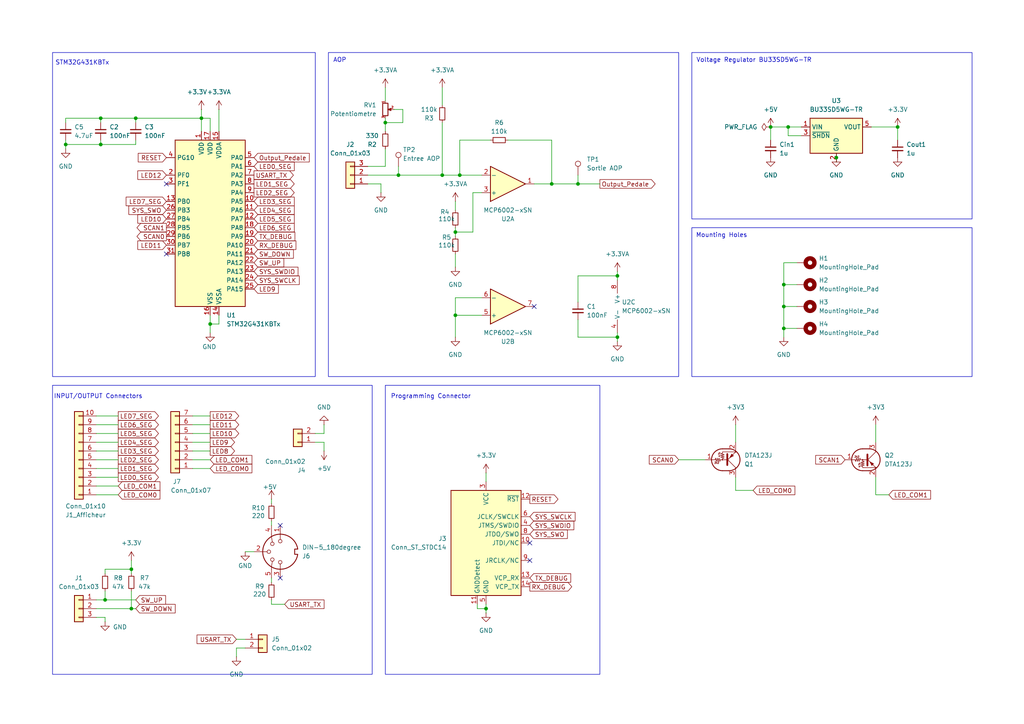
<source format=kicad_sch>
(kicad_sch (version 20231120) (generator "eeschema") (generator_version "8.0")
  (paper "A4")
  (lib_symbols
    (symbol "Amplifier_Operational:MCP6002-xSN" (pin_names (offset 0.127))
      (property "Reference" "U" (at 0 5.08 0))
      (property "Value" "MCP6002-xSN" (at 0 -5.08 0))
      (symbol "MCP6002-xSN_1_1"
        (polyline (pts (xy -5.08 5.08) (xy 5.08 0) (xy -5.08 -5.08) (xy -5.08 5.08)) (stroke (width 0.254)) (fill (type background)))
        (pin output line (at 7.62 0 180) (length 2.54) (name "~") (number "1"))
        (pin input line (at -7.62 -2.54 0) (length 2.54) (name "-") (number "2"))
        (pin input line (at -7.62 2.54 0) (length 2.54) (name "+") (number "3"))
      )
      (symbol "MCP6002-xSN_2_1"
        (polyline (pts (xy -5.08 5.08) (xy 5.08 0) (xy -5.08 -5.08) (xy -5.08 5.08)) (stroke (width 0.254)) (fill (type background)))
        (pin input line (at -7.62 2.54 0) (length 2.54) (name "+") (number "5"))
        (pin input line (at -7.62 -2.54 0) (length 2.54) (name "-") (number "6"))
        (pin output line (at 7.62 0 180) (length 2.54) (name "~") (number "7"))
      )
      (symbol "MCP6002-xSN_3_1"
        (pin power_in line (at -2.54 -7.62 90) (length 3.81) (name "V-") (number "4"))
        (pin power_in line (at -2.54 7.62 270) (length 3.81) (name "V+") (number "8"))
      )
    )
    (symbol "Connector:Conn_ST_STDC14"
      (property "Reference" "J" (at -8.89 16.51 0))
      (property "Value" "Conn_ST_STDC14" (at 17.78 16.51 0))
      (symbol "Conn_ST_STDC14_0_1"
        (rectangle (start -10.16 15.24) (end 10.16 -15.24) (stroke (width 0.254)) (fill (type background)))
      )
      (symbol "Conn_ST_STDC14_1_1"
        (pin no_connect line (at -10.16 5.08 0) (length 2.54) hide (name "NC") (number "1"))
        (pin output line (at 12.7 0 180) (length 2.54) (name "JTDI/NC") (number "10"))
        (pin passive line (at -2.54 -17.78 90) (length 2.54) (name "GNDDetect") (number "11"))
        (pin open_collector line (at 12.7 12.7 180) (length 2.54) (name "~{RST}") (number "12"))
        (pin output line (at 12.7 -10.16 180) (length 2.54) (name "VCP_RX") (number "13"))
        (pin input line (at 12.7 -12.7 180) (length 2.54) (name "VCP_TX") (number "14"))
        (pin no_connect line (at -10.16 2.54 0) (length 2.54) hide (name "NC") (number "2"))
        (pin power_in line (at 0 17.78 270) (length 2.54) (name "VCC") (number "3"))
        (pin bidirectional line (at 12.7 5.08 180) (length 2.54) (name "JTMS/SWDIO") (number "4"))
        (pin power_in line (at 0 -17.78 90) (length 2.54) (name "GND") (number "5"))
        (pin output line (at 12.7 7.62 180) (length 2.54) (name "JCLK/SWCLK") (number "6"))
        (pin passive line (at 0 -17.78 90) (length 2.54) hide (name "GND") (number "7"))
        (pin input line (at 12.7 2.54 180) (length 2.54) (name "JTDO/SWO") (number "8"))
        (pin input line (at 12.7 -5.08 180) (length 2.54) (name "JRCLK/NC") (number "9"))
      )
    )
    (symbol "Connector:DIN-5_180degree" (pin_names (offset 1.016))
      (property "Reference" "J" (at 3.175 5.715 0))
      (property "Value" "DIN-5_180degree" (at 0 -6.35 0))
      (symbol "DIN-5_180degree_0_1"
        (arc (start -5.08 0) (mid -3.8609 -3.3364) (end -0.762 -5.08) (stroke (width 0.254)))
        (circle (center -3.048 0) (radius 0.508))
        (circle (center -2.286 2.286) (radius 0.508))
        (polyline (pts (xy -5.08 0) (xy -3.556 0)))
        (polyline (pts (xy 0 5.08) (xy 0 3.81)))
        (polyline (pts (xy 5.08 0) (xy 3.556 0)))
        (polyline (pts (xy -5.08 2.54) (xy -4.318 2.54) (xy -2.794 2.286)))
        (polyline (pts (xy 5.08 2.54) (xy 4.318 2.54) (xy 2.794 2.286)))
        (polyline (pts (xy -0.762 -4.953) (xy -0.762 -4.191) (xy 0.762 -4.191) (xy 0.762 -4.953)) (stroke (width 0.254)))
        (circle (center 0 3.302) (radius 0.508))
        (arc (start 0.762 -5.08) (mid 3.8685 -3.343) (end 5.08 0) (stroke (width 0.254)))
        (circle (center 2.286 2.286) (radius 0.508))
        (circle (center 3.048 0) (radius 0.508))
        (arc (start 5.08 0) (mid 0 5.0579) (end -5.08 0) (stroke (width 0.254)))
      )
      (symbol "DIN-5_180degree_1_1"
        (pin passive line (at -7.62 0 0) (length 2.54) (name "~") (number "1"))
        (pin passive line (at 0 7.62 270) (length 2.54) (name "~") (number "2"))
        (pin passive line (at 7.62 0 180) (length 2.54) (name "~") (number "3"))
        (pin passive line (at -7.62 2.54 0) (length 2.54) (name "~") (number "4"))
        (pin passive line (at 7.62 2.54 180) (length 2.54) (name "~") (number "5"))
      )
    )
    (symbol "Connector:TestPoint" (pin_numbers hide) (pin_names (offset 0.762) hide)
      (property "Reference" "TP" (at 0 6.858 0))
      (property "Value" "TestPoint" (at 0 5.08 0))
      (symbol "TestPoint_0_1"
        (circle (center 0 3.302) (radius 0.762))
      )
      (symbol "TestPoint_1_1"
        (pin passive line (at 0 0 90) (length 2.54) (name "1") (number "1"))
      )
    )
    (symbol "Connector_Generic:Conn_01x02" (pin_names (offset 1.016) hide)
      (property "Reference" "J" (at 0 2.54 0))
      (property "Value" "Conn_01x02" (at 0 -5.08 0))
      (symbol "Conn_01x02_1_1"
        (rectangle (start -1.27 -2.413) (end 0 -2.667) (stroke (width 0.1524)))
        (rectangle (start -1.27 0.127) (end 0 -0.127) (stroke (width 0.1524)))
        (rectangle (start -1.27 1.27) (end 1.27 -3.81) (stroke (width 0.254)) (fill (type background)))
        (pin passive line (at -5.08 0 0) (length 3.81) (name "Pin_1") (number "1"))
        (pin passive line (at -5.08 -2.54 0) (length 3.81) (name "Pin_2") (number "2"))
      )
    )
    (symbol "Connector_Generic:Conn_01x03" (pin_names (offset 1.016) hide)
      (property "Reference" "J" (at 0 5.08 0))
      (property "Value" "Conn_01x03" (at 0 -5.08 0))
      (symbol "Conn_01x03_1_1"
        (rectangle (start -1.27 -2.413) (end 0 -2.667) (stroke (width 0.1524)))
        (rectangle (start -1.27 0.127) (end 0 -0.127) (stroke (width 0.1524)))
        (rectangle (start -1.27 2.667) (end 0 2.413) (stroke (width 0.1524)))
        (rectangle (start -1.27 3.81) (end 1.27 -3.81) (stroke (width 0.254)) (fill (type background)))
        (pin passive line (at -5.08 2.54 0) (length 3.81) (name "Pin_1") (number "1"))
        (pin passive line (at -5.08 0 0) (length 3.81) (name "Pin_2") (number "2"))
        (pin passive line (at -5.08 -2.54 0) (length 3.81) (name "Pin_3") (number "3"))
      )
    )
    (symbol "Connector_Generic:Conn_01x07" (pin_names (offset 1.016) hide)
      (property "Reference" "J" (at 0 10.16 0))
      (property "Value" "Conn_01x07" (at 0 -10.16 0))
      (symbol "Conn_01x07_1_1"
        (rectangle (start -1.27 -7.493) (end 0 -7.747) (stroke (width 0.1524)))
        (rectangle (start -1.27 -4.953) (end 0 -5.207) (stroke (width 0.1524)))
        (rectangle (start -1.27 -2.413) (end 0 -2.667) (stroke (width 0.1524)))
        (rectangle (start -1.27 0.127) (end 0 -0.127) (stroke (width 0.1524)))
        (rectangle (start -1.27 2.667) (end 0 2.413) (stroke (width 0.1524)))
        (rectangle (start -1.27 5.207) (end 0 4.953) (stroke (width 0.1524)))
        (rectangle (start -1.27 7.747) (end 0 7.493) (stroke (width 0.1524)))
        (rectangle (start -1.27 8.89) (end 1.27 -8.89) (stroke (width 0.254)) (fill (type background)))
        (pin passive line (at -5.08 7.62 0) (length 3.81) (name "Pin_1") (number "1"))
        (pin passive line (at -5.08 5.08 0) (length 3.81) (name "Pin_2") (number "2"))
        (pin passive line (at -5.08 2.54 0) (length 3.81) (name "Pin_3") (number "3"))
        (pin passive line (at -5.08 0 0) (length 3.81) (name "Pin_4") (number "4"))
        (pin passive line (at -5.08 -2.54 0) (length 3.81) (name "Pin_5") (number "5"))
        (pin passive line (at -5.08 -5.08 0) (length 3.81) (name "Pin_6") (number "6"))
        (pin passive line (at -5.08 -7.62 0) (length 3.81) (name "Pin_7") (number "7"))
      )
    )
    (symbol "Connector_Generic:Conn_01x10" (pin_names (offset 1.016) hide)
      (property "Reference" "J" (at 0 12.7 0))
      (property "Value" "Conn_01x10" (at 0 -15.24 0))
      (symbol "Conn_01x10_1_1"
        (rectangle (start -1.27 -12.573) (end 0 -12.827) (stroke (width 0.1524)))
        (rectangle (start -1.27 -10.033) (end 0 -10.287) (stroke (width 0.1524)))
        (rectangle (start -1.27 -7.493) (end 0 -7.747) (stroke (width 0.1524)))
        (rectangle (start -1.27 -4.953) (end 0 -5.207) (stroke (width 0.1524)))
        (rectangle (start -1.27 -2.413) (end 0 -2.667) (stroke (width 0.1524)))
        (rectangle (start -1.27 0.127) (end 0 -0.127) (stroke (width 0.1524)))
        (rectangle (start -1.27 2.667) (end 0 2.413) (stroke (width 0.1524)))
        (rectangle (start -1.27 5.207) (end 0 4.953) (stroke (width 0.1524)))
        (rectangle (start -1.27 7.747) (end 0 7.493) (stroke (width 0.1524)))
        (rectangle (start -1.27 10.287) (end 0 10.033) (stroke (width 0.1524)))
        (rectangle (start -1.27 11.43) (end 1.27 -13.97) (stroke (width 0.254)) (fill (type background)))
        (pin passive line (at -5.08 10.16 0) (length 3.81) (name "Pin_1") (number "1"))
        (pin passive line (at -5.08 -12.7 0) (length 3.81) (name "Pin_10") (number "10"))
        (pin passive line (at -5.08 7.62 0) (length 3.81) (name "Pin_2") (number "2"))
        (pin passive line (at -5.08 5.08 0) (length 3.81) (name "Pin_3") (number "3"))
        (pin passive line (at -5.08 2.54 0) (length 3.81) (name "Pin_4") (number "4"))
        (pin passive line (at -5.08 0 0) (length 3.81) (name "Pin_5") (number "5"))
        (pin passive line (at -5.08 -2.54 0) (length 3.81) (name "Pin_6") (number "6"))
        (pin passive line (at -5.08 -5.08 0) (length 3.81) (name "Pin_7") (number "7"))
        (pin passive line (at -5.08 -7.62 0) (length 3.81) (name "Pin_8") (number "8"))
        (pin passive line (at -5.08 -10.16 0) (length 3.81) (name "Pin_9") (number "9"))
      )
    )
    (symbol "Device:C_Small" (pin_numbers hide) (pin_names (offset 0.254) hide)
      (property "Reference" "C" (at 0.254 1.778 0))
      (property "Value" "C_Small" (at 0.254 -2.032 0))
      (symbol "C_Small_0_1"
        (polyline (pts (xy -1.524 -0.508) (xy 1.524 -0.508)) (stroke (width 0.3302)))
        (polyline (pts (xy -1.524 0.508) (xy 1.524 0.508)) (stroke (width 0.3048)))
      )
      (symbol "C_Small_1_1"
        (pin passive line (at 0 2.54 270) (length 2.032) (name "~") (number "1"))
        (pin passive line (at 0 -2.54 90) (length 2.032) (name "~") (number "2"))
      )
    )
    (symbol "Device:R_Potentiometer_Small" (pin_names (offset 1.016) hide)
      (property "Reference" "RV" (at -4.445 0 90))
      (property "Value" "R_Potentiometer_Small" (at -2.54 0 90))
      (symbol "R_Potentiometer_Small_0_1"
        (polyline (pts (xy 0.889 0) (xy 0.635 0) (xy 1.651 0.381) (xy 1.651 -0.381) (xy 0.635 0) (xy 0.889 0)) (fill (type outline)))
        (rectangle (start 0.762 1.8034) (end -0.762 -1.8034) (stroke (width 0.254)))
      )
      (symbol "R_Potentiometer_Small_1_1"
        (pin passive line (at 0 2.54 270) (length 0.635) (name "1") (number "1"))
        (pin passive line (at 2.54 0 180) (length 0.9906) (name "2") (number "2"))
        (pin passive line (at 0 -2.54 90) (length 0.635) (name "3") (number "3"))
      )
    )
    (symbol "Device:R_Small" (pin_numbers hide) (pin_names (offset 0.254) hide)
      (property "Reference" "R" (at 0.762 0.508 0))
      (property "Value" "R_Small" (at 0.762 -1.016 0))
      (symbol "R_Small_0_1"
        (rectangle (start -0.762 1.778) (end 0.762 -1.778) (stroke (width 0.2032)))
      )
      (symbol "R_Small_1_1"
        (pin passive line (at 0 2.54 270) (length 0.762) (name "~") (number "1"))
        (pin passive line (at 0 -2.54 90) (length 0.762) (name "~") (number "2"))
      )
    )
    (symbol "MCU_ST_STM32G4:STM32G431KBTx"
      (property "Reference" "U" (at -10.16 26.67 0))
      (property "Value" "STM32G431KBTx" (at 5.08 26.67 0))
      (symbol "STM32G431KBTx_0_1"
        (rectangle (start -10.16 -22.86) (end 10.16 25.4) (stroke (width 0.254)) (fill (type background)))
      )
      (symbol "STM32G431KBTx_1_1"
        (pin power_in line (at -2.54 27.94 270) (length 2.54) (name "VDD") (number "1"))
        (pin bidirectional line (at 12.7 7.62 180) (length 2.54) (name "PA5") (number "10"))
        (pin bidirectional line (at 12.7 5.08 180) (length 2.54) (name "PA6") (number "11"))
        (pin bidirectional line (at 12.7 2.54 180) (length 2.54) (name "PA7") (number "12"))
        (pin bidirectional line (at -12.7 7.62 0) (length 2.54) (name "PB0") (number "13"))
        (pin power_in line (at 2.54 -25.4 90) (length 2.54) (name "VSSA") (number "14"))
        (pin power_in line (at 2.54 27.94 270) (length 2.54) (name "VDDA") (number "15"))
        (pin power_in line (at 0 -25.4 90) (length 2.54) (name "VSS") (number "16"))
        (pin power_in line (at 0 27.94 270) (length 2.54) (name "VDD") (number "17"))
        (pin bidirectional line (at 12.7 0 180) (length 2.54) (name "PA8") (number "18"))
        (pin bidirectional line (at 12.7 -2.54 180) (length 2.54) (name "PA9") (number "19"))
        (pin bidirectional line (at -12.7 15.24 0) (length 2.54) (name "PF0") (number "2"))
        (pin bidirectional line (at 12.7 -5.08 180) (length 2.54) (name "PA10") (number "20"))
        (pin bidirectional line (at 12.7 -7.62 180) (length 2.54) (name "PA11") (number "21"))
        (pin bidirectional line (at 12.7 -10.16 180) (length 2.54) (name "PA12") (number "22"))
        (pin bidirectional line (at 12.7 -12.7 180) (length 2.54) (name "PA13") (number "23"))
        (pin bidirectional line (at 12.7 -15.24 180) (length 2.54) (name "PA14") (number "24"))
        (pin bidirectional line (at 12.7 -17.78 180) (length 2.54) (name "PA15") (number "25"))
        (pin bidirectional line (at -12.7 5.08 0) (length 2.54) (name "PB3") (number "26"))
        (pin bidirectional line (at -12.7 2.54 0) (length 2.54) (name "PB4") (number "27"))
        (pin bidirectional line (at -12.7 0 0) (length 2.54) (name "PB5") (number "28"))
        (pin bidirectional line (at -12.7 -2.54 0) (length 2.54) (name "PB6") (number "29"))
        (pin bidirectional line (at -12.7 12.7 0) (length 2.54) (name "PF1") (number "3"))
        (pin bidirectional line (at -12.7 -5.08 0) (length 2.54) (name "PB7") (number "30"))
        (pin bidirectional line (at -12.7 -7.62 0) (length 2.54) (name "PB8") (number "31"))
        (pin passive line (at 0 -25.4 90) (length 2.54) hide (name "VSS") (number "32"))
        (pin bidirectional line (at -12.7 20.32 0) (length 2.54) (name "PG10") (number "4"))
        (pin bidirectional line (at 12.7 20.32 180) (length 2.54) (name "PA0") (number "5"))
        (pin bidirectional line (at 12.7 17.78 180) (length 2.54) (name "PA1") (number "6"))
        (pin bidirectional line (at 12.7 15.24 180) (length 2.54) (name "PA2") (number "7"))
        (pin bidirectional line (at 12.7 12.7 180) (length 2.54) (name "PA3") (number "8"))
        (pin bidirectional line (at 12.7 10.16 180) (length 2.54) (name "PA4") (number "9"))
      )
    )
    (symbol "Mechanical:MountingHole_Pad" (pin_numbers hide) (pin_names (offset 1.016) hide) (exclude_from_sim yes) (in_bom no)
      (property "Reference" "H" (at 0 6.35 0))
      (property "Value" "MountingHole_Pad" (at 0 4.445 0))
      (symbol "MountingHole_Pad_0_1"
        (circle (center 0 1.27) (radius 1.27) (stroke (width 1.27)))
      )
      (symbol "MountingHole_Pad_1_1"
        (pin input line (at 0 -2.54 90) (length 2.54) (name "1") (number "1"))
      )
    )
    (symbol "Regulator_Linear:MCP1802x-xx02xOT"
      (property "Reference" "U" (at -6.35 6.35 0))
      (property "Value" "MCP1802x-xx02xOT" (at 0 6.35 0))
      (symbol "MCP1802x-xx02xOT_0_1"
        (rectangle (start -7.62 5.08) (end 7.62 -5.08) (stroke (width 0.254)) (fill (type background)))
      )
      (symbol "MCP1802x-xx02xOT_1_1"
        (pin power_in line (at -10.16 2.54 0) (length 2.54) (name "VIN") (number "1"))
        (pin power_in line (at 0 -7.62 90) (length 2.54) (name "GND") (number "2"))
        (pin input line (at -10.16 0 0) (length 2.54) (name "~{SHDN}") (number "3"))
        (pin no_connect line (at 7.62 0 180) (length 2.54) hide (name "NC") (number "4"))
        (pin power_out line (at 10.16 2.54 180) (length 2.54) (name "VOUT") (number "5"))
      )
    )
    (symbol "Transistor_BJT:DTA123J" (pin_names (offset 0) hide)
      (property "Reference" "Q" (at 5.08 1.905 0))
      (property "Value" "DTA123J" (at 5.08 0 0))
      (symbol "DTA123J_0_0"
        (text "2k2" (at -2.921 0.889 0) (effects (font (size 0.508 0.508))))
        (text "47k" (at -2.159 -1.524 900) (effects (font (size 0.508 0.508))))
      )
      (symbol "DTA123J_0_1"
        (circle (center -1.27 0) (radius 0.127))
        (arc (start -1.27 3.175) (mid -4.4312 0) (end -1.27 -3.175) (stroke (width 0.254)))
        (polyline (pts (xy -3.429 0) (xy -3.81 0)))
        (polyline (pts (xy -1.27 -3.175) (xy 0.635 -3.175)) (stroke (width 0.254)))
        (polyline (pts (xy -1.27 3.175) (xy 0.635 3.175)) (stroke (width 0.254)))
        (polyline (pts (xy 0 -0.254) (xy 2.54 2.286)))
        (polyline (pts (xy 0.127 1.524) (xy 0.127 -1.651)) (stroke (width 0.508)) (fill (type outline)))
        (polyline (pts (xy 2.54 2.286) (xy 2.54 2.54)))
        (polyline (pts (xy 2.54 -2.286) (xy 0 0.254) (xy 0 0.254)))
        (polyline (pts (xy 1.397 -1.651) (xy 1.905 -1.143) (xy 0.889 -0.635) (xy 1.397 -1.651)) (fill (type outline)))
        (polyline (pts (xy 0 0) (xy -1.905 0) (xy -2.032 0.508) (xy -2.286 -0.508) (xy -2.54 0.508) (xy -2.794 -0.508) (xy -3.048 0.508) (xy -3.302 -0.508) (xy -3.429 0)))
        (polyline (pts (xy -1.27 0) (xy -1.27 -0.381) (xy -0.762 -0.508) (xy -1.778 -0.762) (xy -0.762 -1.016) (xy -1.778 -1.27) (xy -0.762 -1.524) (xy -1.778 -1.778) (xy -1.27 -1.905) (xy -1.27 -2.286) (xy 2.54 -2.286)))
        (arc (start 0.635 -3.175) (mid 3.7962 0) (end 0.635 3.175) (stroke (width 0.254)))
        (circle (center 2.54 -2.286) (radius 0.127))
      )
      (symbol "DTA123J_1_1"
        (pin input line (at -6.35 0 0) (length 2.54) (name "B") (number "1"))
        (pin passive line (at 2.54 -5.08 90) (length 2.54) (name "E") (number "2"))
        (pin passive line (at 2.54 5.08 270) (length 2.54) (name "C") (number "3"))
      )
    )
    (symbol "power:+3.3V" (power) (pin_numbers hide) (pin_names (offset 0) hide)
      (property "Value" "+3.3V" (at 0 3.556 0))
      (symbol "+3.3V_0_1"
        (polyline (pts (xy -0.762 1.27) (xy 0 2.54)))
        (polyline (pts (xy 0 0) (xy 0 2.54)))
        (polyline (pts (xy 0 2.54) (xy 0.762 1.27)))
      )
      (symbol "+3.3V_1_1"
        (pin power_in line (at 0 0 90) (length 0) (name "~") (number "1"))
      )
    )
    (symbol "power:+3.3VA" (power) (pin_numbers hide) (pin_names (offset 0) hide)
      (property "Value" "+3.3VA" (at 0 3.556 0))
      (symbol "+3.3VA_0_1"
        (polyline (pts (xy -0.762 1.27) (xy 0 2.54)))
        (polyline (pts (xy 0 0) (xy 0 2.54)))
        (polyline (pts (xy 0 2.54) (xy 0.762 1.27)))
      )
      (symbol "+3.3VA_1_1"
        (pin power_in line (at 0 0 90) (length 0) (name "~") (number "1"))
      )
    )
    (symbol "power:+3V3" (power) (pin_numbers hide) (pin_names (offset 0) hide)
      (property "Value" "+3V3" (at 0 3.556 0))
      (symbol "+3V3_0_1"
        (polyline (pts (xy -0.762 1.27) (xy 0 2.54)))
        (polyline (pts (xy 0 0) (xy 0 2.54)))
        (polyline (pts (xy 0 2.54) (xy 0.762 1.27)))
      )
      (symbol "+3V3_1_1"
        (pin power_in line (at 0 0 90) (length 0) (name "~") (number "1"))
      )
    )
    (symbol "power:+5V" (power) (pin_numbers hide) (pin_names (offset 0) hide)
      (property "Value" "+5V" (at 0 3.556 0))
      (symbol "+5V_0_1"
        (polyline (pts (xy -0.762 1.27) (xy 0 2.54)))
        (polyline (pts (xy 0 0) (xy 0 2.54)))
        (polyline (pts (xy 0 2.54) (xy 0.762 1.27)))
      )
      (symbol "+5V_1_1"
        (pin power_in line (at 0 0 90) (length 0) (name "~") (number "1"))
      )
    )
    (symbol "power:GND" (power) (pin_numbers hide) (pin_names (offset 0) hide)
      (property "Value" "GND" (at 0 -3.81 0))
      (symbol "GND_0_1"
        (polyline (pts (xy 0 0) (xy 0 -1.27) (xy 1.27 -1.27) (xy 0 -2.54) (xy -1.27 -1.27) (xy 0 -1.27)))
      )
      (symbol "GND_1_1"
        (pin power_in line (at 0 0 270) (length 0) (name "~") (number "1"))
      )
    )
    (symbol "power:PWR_FLAG" (power) (pin_numbers hide) (pin_names (offset 0) hide)
      (property "Value" "PWR_FLAG" (at 0 3.81 0))
      (symbol "PWR_FLAG_0_0"
        (pin power_out line (at 0 0 90) (length 0) (name "~") (number "1"))
      )
      (symbol "PWR_FLAG_0_1"
        (polyline (pts (xy 0 0) (xy 0 1.27) (xy -1.016 1.905) (xy 0 2.54) (xy 1.016 1.905) (xy 0 1.27)))
      )
    )
  )
  (junction (at 140.97 176.53))
  (junction (at 30.48 173.99))
  (junction (at 228.6 36.83))
  (junction (at 29.21 41.91))
  (junction (at 227.33 82.55))
  (junction (at 242.57 45.72))
  (junction (at 38.1 176.53))
  (junction (at 58.42 34.29))
  (junction (at 227.33 95.25))
  (junction (at 19.05 41.91))
  (junction (at 115.57 50.8))
  (junction (at 29.21 34.29))
  (junction (at 167.64 53.34))
  (junction (at 132.08 91.44))
  (junction (at 160.02 53.34))
  (junction (at 260.35 36.83))
  (junction (at 179.07 97.79))
  (junction (at 133.35 50.8))
  (junction (at 39.37 34.29))
  (junction (at 227.33 88.9))
  (junction (at 132.08 67.31))
  (junction (at 179.07 80.01))
  (junction (at 128.27 50.8))
  (junction (at 60.96 93.98))
  (junction (at 38.1 165.1))
  (junction (at 223.52 36.83))
  (junction (at 111.76 35.56))
  (no_connect (at 154.94 88.9))
  (no_connect (at 81.28 152.4))
  (no_connect (at 48.26 53.34))
  (no_connect (at 81.28 167.64))
  (no_connect (at 153.67 162.56))
  (no_connect (at 48.26 73.66))
  (no_connect (at 153.67 157.48))
  (wire (pts (xy 91.44 125.73) (xy 93.98 125.73)))
  (wire (pts (xy 55.88 130.81) (xy 60.96 130.81)))
  (wire (pts (xy 60.96 34.29) (xy 58.42 34.29)))
  (wire (pts (xy 63.5 93.98) (xy 60.96 93.98)))
  (wire (pts (xy 138.43 175.26) (xy 138.43 176.53)))
  (wire (pts (xy 34.29 140.97) (xy 27.94 140.97)))
  (wire (pts (xy 213.36 142.24) (xy 218.44 142.24)))
  (wire (pts (xy 111.76 48.26) (xy 111.76 43.18)))
  (wire (pts (xy 60.96 38.1) (xy 60.96 34.29)))
  (wire (pts (xy 34.29 125.73) (xy 27.94 125.73)))
  (wire (pts (xy 132.08 91.44) (xy 139.7 91.44)))
  (wire (pts (xy 167.64 50.8) (xy 167.64 53.34)))
  (wire (pts (xy 19.05 34.29) (xy 19.05 35.56)))
  (wire (pts (xy 132.08 67.31) (xy 137.16 67.31)))
  (wire (pts (xy 106.68 50.8) (xy 115.57 50.8)))
  (wire (pts (xy 30.48 171.45) (xy 30.48 173.99)))
  (wire (pts (xy 30.48 173.99) (xy 27.94 173.99)))
  (wire (pts (xy 60.96 93.98) (xy 60.96 96.52)))
  (wire (pts (xy 39.37 40.64) (xy 39.37 41.91)))
  (wire (pts (xy 167.64 92.71) (xy 167.64 97.79)))
  (wire (pts (xy 227.33 95.25) (xy 231.14 95.25)))
  (wire (pts (xy 142.24 40.64) (xy 133.35 40.64)))
  (wire (pts (xy 38.1 165.1) (xy 38.1 166.37)))
  (wire (pts (xy 34.29 138.43) (xy 27.94 138.43)))
  (wire (pts (xy 227.33 88.9) (xy 227.33 95.25)))
  (wire (pts (xy 106.68 53.34) (xy 110.49 53.34)))
  (wire (pts (xy 133.35 50.8) (xy 128.27 50.8)))
  (wire (pts (xy 132.08 58.42) (xy 132.08 60.96)))
  (wire (pts (xy 93.98 130.81) (xy 93.98 128.27)))
  (wire (pts (xy 179.07 96.52) (xy 179.07 97.79)))
  (wire (pts (xy 71.12 187.96) (xy 68.58 187.96)))
  (wire (pts (xy 242.57 44.45) (xy 242.57 45.72)))
  (wire (pts (xy 232.41 39.37) (xy 228.6 39.37)))
  (wire (pts (xy 140.97 137.16) (xy 140.97 139.7)))
  (wire (pts (xy 213.36 138.43) (xy 213.36 142.24)))
  (wire (pts (xy 34.29 128.27) (xy 27.94 128.27)))
  (wire (pts (xy 78.74 144.78) (xy 78.74 146.05)))
  (wire (pts (xy 111.76 34.29) (xy 111.76 35.56)))
  (wire (pts (xy 58.42 31.75) (xy 58.42 34.29)))
  (wire (pts (xy 228.6 39.37) (xy 228.6 36.83)))
  (wire (pts (xy 160.02 53.34) (xy 167.64 53.34)))
  (wire (pts (xy 115.57 48.26) (xy 115.57 50.8)))
  (wire (pts (xy 115.57 50.8) (xy 128.27 50.8)))
  (wire (pts (xy 39.37 34.29) (xy 58.42 34.29)))
  (wire (pts (xy 137.16 55.88) (xy 139.7 55.88)))
  (wire (pts (xy 223.52 36.83) (xy 228.6 36.83)))
  (wire (pts (xy 128.27 25.4) (xy 128.27 30.48)))
  (wire (pts (xy 140.97 176.53) (xy 140.97 177.8)))
  (wire (pts (xy 167.64 53.34) (xy 173.99 53.34)))
  (wire (pts (xy 68.58 187.96) (xy 68.58 190.5)))
  (wire (pts (xy 29.21 40.64) (xy 29.21 41.91)))
  (wire (pts (xy 34.29 143.51) (xy 27.94 143.51)))
  (wire (pts (xy 71.12 160.02) (xy 73.66 160.02)))
  (wire (pts (xy 55.88 128.27) (xy 60.96 128.27)))
  (wire (pts (xy 93.98 128.27) (xy 91.44 128.27)))
  (wire (pts (xy 231.14 76.2) (xy 227.33 76.2)))
  (wire (pts (xy 227.33 88.9) (xy 231.14 88.9)))
  (wire (pts (xy 78.74 175.26) (xy 78.74 173.99)))
  (wire (pts (xy 110.49 53.34) (xy 110.49 55.88)))
  (wire (pts (xy 78.74 167.64) (xy 78.74 168.91)))
  (wire (pts (xy 133.35 50.8) (xy 139.7 50.8)))
  (wire (pts (xy 116.84 31.75) (xy 116.84 35.56)))
  (wire (pts (xy 55.88 120.65) (xy 60.96 120.65)))
  (wire (pts (xy 132.08 66.04) (xy 132.08 67.31)))
  (wire (pts (xy 179.07 97.79) (xy 179.07 99.06)))
  (wire (pts (xy 242.57 45.72) (xy 242.57 46.99)))
  (wire (pts (xy 27.94 176.53) (xy 38.1 176.53)))
  (wire (pts (xy 58.42 34.29) (xy 58.42 38.1)))
  (wire (pts (xy 147.32 40.64) (xy 160.02 40.64)))
  (wire (pts (xy 30.48 165.1) (xy 30.48 166.37)))
  (wire (pts (xy 93.98 125.73) (xy 93.98 123.19)))
  (wire (pts (xy 29.21 34.29) (xy 19.05 34.29)))
  (wire (pts (xy 254 138.43) (xy 254 143.51)))
  (wire (pts (xy 179.07 78.74) (xy 179.07 80.01)))
  (wire (pts (xy 106.68 48.26) (xy 111.76 48.26)))
  (wire (pts (xy 254 143.51) (xy 257.81 143.51)))
  (wire (pts (xy 34.29 133.35) (xy 27.94 133.35)))
  (wire (pts (xy 260.35 36.83) (xy 260.35 40.64)))
  (wire (pts (xy 19.05 41.91) (xy 19.05 43.18)))
  (wire (pts (xy 137.16 67.31) (xy 137.16 55.88)))
  (wire (pts (xy 68.58 185.42) (xy 71.12 185.42)))
  (wire (pts (xy 227.33 82.55) (xy 231.14 82.55)))
  (wire (pts (xy 132.08 86.36) (xy 132.08 91.44)))
  (wire (pts (xy 19.05 40.64) (xy 19.05 41.91)))
  (wire (pts (xy 160.02 53.34) (xy 154.94 53.34)))
  (wire (pts (xy 34.29 120.65) (xy 27.94 120.65)))
  (wire (pts (xy 38.1 171.45) (xy 38.1 176.53)))
  (wire (pts (xy 132.08 91.44) (xy 132.08 97.79)))
  (wire (pts (xy 227.33 95.25) (xy 227.33 97.79)))
  (wire (pts (xy 29.21 41.91) (xy 39.37 41.91)))
  (wire (pts (xy 167.64 80.01) (xy 167.64 87.63)))
  (wire (pts (xy 213.36 123.19) (xy 213.36 128.27)))
  (wire (pts (xy 223.52 36.83) (xy 223.52 40.64)))
  (wire (pts (xy 128.27 35.56) (xy 128.27 50.8)))
  (wire (pts (xy 132.08 67.31) (xy 132.08 68.58)))
  (wire (pts (xy 55.88 133.35) (xy 60.96 133.35)))
  (wire (pts (xy 55.88 135.89) (xy 60.96 135.89)))
  (wire (pts (xy 63.5 91.44) (xy 63.5 93.98)))
  (wire (pts (xy 227.33 76.2) (xy 227.33 82.55)))
  (wire (pts (xy 252.73 36.83) (xy 260.35 36.83)))
  (wire (pts (xy 78.74 151.13) (xy 78.74 152.4)))
  (wire (pts (xy 29.21 35.56) (xy 29.21 34.29)))
  (wire (pts (xy 179.07 80.01) (xy 179.07 81.28)))
  (wire (pts (xy 19.05 41.91) (xy 29.21 41.91)))
  (wire (pts (xy 38.1 165.1) (xy 38.1 162.56)))
  (wire (pts (xy 111.76 35.56) (xy 116.84 35.56)))
  (wire (pts (xy 34.29 135.89) (xy 27.94 135.89)))
  (wire (pts (xy 29.21 34.29) (xy 39.37 34.29)))
  (wire (pts (xy 160.02 40.64) (xy 160.02 53.34)))
  (wire (pts (xy 30.48 179.07) (xy 30.48 180.34)))
  (wire (pts (xy 27.94 179.07) (xy 30.48 179.07)))
  (wire (pts (xy 63.5 31.75) (xy 63.5 38.1)))
  (wire (pts (xy 39.37 34.29) (xy 39.37 35.56)))
  (wire (pts (xy 114.3 31.75) (xy 116.84 31.75)))
  (wire (pts (xy 227.33 82.55) (xy 227.33 88.9)))
  (wire (pts (xy 34.29 123.19) (xy 27.94 123.19)))
  (wire (pts (xy 30.48 173.99) (xy 39.37 173.99)))
  (wire (pts (xy 140.97 175.26) (xy 140.97 176.53)))
  (wire (pts (xy 167.64 80.01) (xy 179.07 80.01)))
  (wire (pts (xy 34.29 130.81) (xy 27.94 130.81)))
  (wire (pts (xy 228.6 36.83) (xy 232.41 36.83)))
  (wire (pts (xy 55.88 125.73) (xy 60.96 125.73)))
  (wire (pts (xy 60.96 91.44) (xy 60.96 93.98)))
  (wire (pts (xy 38.1 176.53) (xy 39.37 176.53)))
  (wire (pts (xy 133.35 40.64) (xy 133.35 50.8)))
  (wire (pts (xy 111.76 35.56) (xy 111.76 38.1)))
  (wire (pts (xy 138.43 176.53) (xy 140.97 176.53)))
  (wire (pts (xy 30.48 165.1) (xy 38.1 165.1)))
  (wire (pts (xy 55.88 123.19) (xy 60.96 123.19)))
  (wire (pts (xy 196.85 133.35) (xy 204.47 133.35)))
  (wire (pts (xy 167.64 97.79) (xy 179.07 97.79)))
  (wire (pts (xy 139.7 86.36) (xy 132.08 86.36)))
  (wire (pts (xy 254 123.19) (xy 254 128.27)))
  (wire (pts (xy 111.76 25.4) (xy 111.76 29.21)))
  (wire (pts (xy 82.55 175.26) (xy 78.74 175.26)))
  (wire (pts (xy 132.08 73.66) (xy 132.08 77.47)))
  (rectangle (start 111.76 111.76) (end 173.99 195.58))
  (rectangle (start 200.66 66.04) (end 281.94 109.22))
  (rectangle (start 15.24 15.24) (end 91.44 109.22))
  (rectangle (start 95.25 15.24) (end 196.85 109.22))
  (rectangle (start 15.24 111.76) (end 107.95 195.58))
  (rectangle (start 200.66 15.24) (end 281.94 63.5))
  (text "AOP\n" (at 98.552 17.526 0) (effects (font (size 1.27 1.27))))
  (text "Voltage Regulator BU33SD5WG-TR" (at 218.694 17.526 0) (effects (font (size 1.27 1.27))))
  (text "Programming Connector\n" (at 124.968 115.062 0) (effects (font (size 1.27 1.27))))
  (text "Mounting Holes" (at 209.296 68.326 0) (effects (font (size 1.27 1.27))))
  (text "STM32G431KBTx" (at 23.876 18.288 0) (effects (font (size 1.27 1.27))))
  (text "INPUT/OUTPUT Connectors \n" (at 28.956 115.062 0) (effects (font (size 1.27 1.27))))
  (global_label "LED9" (shape input) (at 73.66 83.82 0) (property "Intersheetrefs" "${INTERSHEET_REFS}" (effects (hide yes))))
  (global_label "LED_COM1" (shape input) (at 34.29 140.97 0) (property "Intersheetrefs" "${INTERSHEET_REFS}" (effects (hide yes))))
  (global_label "RESET" (shape output) (at 153.67 144.78 0) (property "Intersheetrefs" "${INTERSHEET_REFS}" (effects (hide yes))))
  (global_label "SYS_SWDIO" (shape input) (at 153.67 152.4 0) (property "Intersheetrefs" "${INTERSHEET_REFS}" (effects (hide yes))))
  (global_label "LED_COM0" (shape input) (at 34.29 143.51 0) (property "Intersheetrefs" "${INTERSHEET_REFS}" (effects (hide yes))))
  (global_label "SYS_SWCLK" (shape input) (at 153.67 149.86 0) (property "Intersheetrefs" "${INTERSHEET_REFS}" (effects (hide yes))))
  (global_label "LED_COM0" (shape input) (at 218.44 142.24 0) (property "Intersheetrefs" "${INTERSHEET_REFS}" (effects (hide yes))))
  (global_label "USART_TX" (shape output) (at 73.66 50.8 0) (property "Intersheetrefs" "${INTERSHEET_REFS}" (effects (hide yes))))
  (global_label "LED0_SEG" (shape input) (at 73.66 48.26 0) (property "Intersheetrefs" "${INTERSHEET_REFS}" (effects (hide yes))))
  (global_label "LED10" (shape input) (at 48.26 63.5 180) (property "Intersheetrefs" "${INTERSHEET_REFS}" (effects (hide yes))))
  (global_label "SW_UP" (shape input) (at 73.66 76.2 0) (property "Intersheetrefs" "${INTERSHEET_REFS}" (effects (hide yes))))
  (global_label "LED6_SEG" (shape input) (at 73.66 66.04 0) (property "Intersheetrefs" "${INTERSHEET_REFS}" (effects (hide yes))))
  (global_label "LED12" (shape input) (at 48.26 50.8 180) (property "Intersheetrefs" "${INTERSHEET_REFS}" (effects (hide yes))))
  (global_label "TX_DEBUG" (shape input) (at 73.66 68.58 0) (property "Intersheetrefs" "${INTERSHEET_REFS}" (effects (hide yes))))
  (global_label "LED7_SEG" (shape output) (at 34.29 120.65 0) (property "Intersheetrefs" "${INTERSHEET_REFS}" (effects (hide yes))))
  (global_label "RESET" (shape input) (at 48.26 45.72 180) (property "Intersheetrefs" "${INTERSHEET_REFS}" (effects (hide yes))))
  (global_label "Output_Pedale" (shape input) (at 73.66 45.72 0) (property "Intersheetrefs" "${INTERSHEET_REFS}" (effects (hide yes))))
  (global_label "LED_COM1" (shape input) (at 60.96 133.35 0) (property "Intersheetrefs" "${INTERSHEET_REFS}" (effects (hide yes))))
  (global_label "SYS_SWDIO" (shape input) (at 73.66 78.74 0) (property "Intersheetrefs" "${INTERSHEET_REFS}" (effects (hide yes))))
  (global_label "SCAN1" (shape output) (at 48.26 66.04 180) (property "Intersheetrefs" "${INTERSHEET_REFS}" (effects (hide yes))))
  (global_label "USART_TX" (shape input) (at 82.55 175.26 0) (property "Intersheetrefs" "${INTERSHEET_REFS}" (effects (hide yes))))
  (global_label "Output_Pedale" (shape output) (at 173.99 53.34 0) (property "Intersheetrefs" "${INTERSHEET_REFS}" (effects (hide yes))))
  (global_label "LED6_SEG" (shape output) (at 34.29 123.19 0) (property "Intersheetrefs" "${INTERSHEET_REFS}" (effects (hide yes))))
  (global_label "LED3_SEG" (shape input) (at 73.66 58.42 0) (property "Intersheetrefs" "${INTERSHEET_REFS}" (effects (hide yes))))
  (global_label "LED4_SEG" (shape output) (at 34.29 128.27 0) (property "Intersheetrefs" "${INTERSHEET_REFS}" (effects (hide yes))))
  (global_label "LED_COM1" (shape input) (at 257.81 143.51 0) (property "Intersheetrefs" "${INTERSHEET_REFS}" (effects (hide yes))))
  (global_label "LED4_SEG" (shape input) (at 73.66 60.96 0) (property "Intersheetrefs" "${INTERSHEET_REFS}" (effects (hide yes))))
  (global_label "LED_COM0" (shape input) (at 60.96 135.89 0) (property "Intersheetrefs" "${INTERSHEET_REFS}" (effects (hide yes))))
  (global_label "SCAN0" (shape output) (at 48.26 68.58 180) (property "Intersheetrefs" "${INTERSHEET_REFS}" (effects (hide yes))))
  (global_label "SYS_SWCLK" (shape input) (at 73.66 81.28 0) (property "Intersheetrefs" "${INTERSHEET_REFS}" (effects (hide yes))))
  (global_label "LED3_SEG" (shape output) (at 34.29 130.81 0) (property "Intersheetrefs" "${INTERSHEET_REFS}" (effects (hide yes))))
  (global_label "LED5_SEG" (shape output) (at 34.29 125.73 0) (property "Intersheetrefs" "${INTERSHEET_REFS}" (effects (hide yes))))
  (global_label "LED1_SEG" (shape output) (at 34.29 135.89 0) (property "Intersheetrefs" "${INTERSHEET_REFS}" (effects (hide yes))))
  (global_label "RX_DEBUG" (shape output) (at 153.67 170.18 0) (property "Intersheetrefs" "${INTERSHEET_REFS}" (effects (hide yes))))
  (global_label "LED1_SEG" (shape output) (at 73.66 53.34 0) (property "Intersheetrefs" "${INTERSHEET_REFS}" (effects (hide yes))))
  (global_label "SYS_SWO" (shape input) (at 153.67 154.94 0) (property "Intersheetrefs" "${INTERSHEET_REFS}" (effects (hide yes))))
  (global_label "SCAN0" (shape input) (at 196.85 133.35 180) (property "Intersheetrefs" "${INTERSHEET_REFS}" (effects (hide yes))))
  (global_label "LED12" (shape output) (at 60.96 120.65 0) (property "Intersheetrefs" "${INTERSHEET_REFS}" (effects (hide yes))))
  (global_label "LED10" (shape output) (at 60.96 125.73 0) (property "Intersheetrefs" "${INTERSHEET_REFS}" (effects (hide yes))))
  (global_label "LED0_SEG" (shape output) (at 34.29 138.43 0) (property "Intersheetrefs" "${INTERSHEET_REFS}" (effects (hide yes))))
  (global_label "LED5_SEG" (shape input) (at 73.66 63.5 0) (property "Intersheetrefs" "${INTERSHEET_REFS}" (effects (hide yes))))
  (global_label "LED2_SEG" (shape output) (at 34.29 133.35 0) (property "Intersheetrefs" "${INTERSHEET_REFS}" (effects (hide yes))))
  (global_label "LED11" (shape input) (at 48.26 71.12 180) (property "Intersheetrefs" "${INTERSHEET_REFS}" (effects (hide yes))))
  (global_label "SCAN1" (shape input) (at 245.11 133.35 180) (property "Intersheetrefs" "${INTERSHEET_REFS}" (effects (hide yes))))
  (global_label "RX_DEBUG" (shape input) (at 73.66 71.12 0) (property "Intersheetrefs" "${INTERSHEET_REFS}" (effects (hide yes))))
  (global_label "TX_DEBUG" (shape input) (at 153.67 167.64 0) (property "Intersheetrefs" "${INTERSHEET_REFS}" (effects (hide yes))))
  (global_label "LED2_SEG" (shape output) (at 73.66 55.88 0) (property "Intersheetrefs" "${INTERSHEET_REFS}" (effects (hide yes))))
  (global_label "SW_DOWN" (shape input) (at 39.37 176.53 0) (property "Intersheetrefs" "${INTERSHEET_REFS}" (effects (hide yes))))
  (global_label "LED7_SEG" (shape input) (at 48.26 58.42 180) (property "Intersheetrefs" "${INTERSHEET_REFS}" (effects (hide yes))))
  (global_label "USART_TX" (shape input) (at 68.58 185.42 180) (property "Intersheetrefs" "${INTERSHEET_REFS}" (effects (hide yes))))
  (global_label "SYS_SWO" (shape input) (at 48.26 60.96 180) (property "Intersheetrefs" "${INTERSHEET_REFS}" (effects (hide yes))))
  (global_label "LED9" (shape output) (at 60.96 128.27 0) (property "Intersheetrefs" "${INTERSHEET_REFS}" (effects (hide yes))))
  (global_label "LED8" (shape output) (at 60.96 130.81 0) (property "Intersheetrefs" "${INTERSHEET_REFS}" (effects (hide yes))))
  (global_label "SW_DOWN" (shape input) (at 73.66 73.66 0) (property "Intersheetrefs" "${INTERSHEET_REFS}" (effects (hide yes))))
  (global_label "LED11" (shape output) (at 60.96 123.19 0) (property "Intersheetrefs" "${INTERSHEET_REFS}" (effects (hide yes))))
  (global_label "SW_UP" (shape input) (at 39.37 173.99 0) (property "Intersheetrefs" "${INTERSHEET_REFS}" (effects (hide yes))))
  (symbol (lib_id "Device:R_Small") (at 132.08 63.5 0) (unit 1)
    (property "Reference" "R4" (at 129.032 61.468 0))
    (property "Value" "110k" (at 129.54 63.5 0))
    (property "Description" "Resistor, small symbol" (effects (hide yes)))
  )
  (symbol (lib_id "power:GND") (at 110.49 55.88 0) (unit 1)
    (property "Reference" "#PWR04" (effects (hide yes)))
    (property "Value" "GND" (at 110.49 60.96 0))
    (property "Description" "Power symbol creates a global label with name \"GND\" , ground" (effects (hide yes)))
  )
  (symbol (lib_id "power:+3.3V") (at 260.35 36.83 0) (unit 1)
    (property "Reference" "#PWR018" (effects (hide yes)))
    (property "Value" "+3.3V" (at 260.35 31.75 0))
    (property "Description" "Power symbol creates a global label with name \"+3.3V\"" (effects (hide yes)))
  )
  (symbol (lib_id "power:GND") (at 140.97 177.8 0) (unit 1)
    (property "Reference" "#PWR024" (effects (hide yes)))
    (property "Value" "GND" (at 140.97 182.88 0))
    (property "Description" "Power symbol creates a global label with name \"GND\" , ground" (effects (hide yes)))
  )
  (symbol (lib_id "power:+3.3V") (at 140.97 137.16 0) (unit 1)
    (property "Reference" "#PWR025" (effects (hide yes)))
    (property "Value" "+3.3V" (at 140.97 132.08 0))
    (property "Description" "Power symbol creates a global label with name \"+3.3V\"" (effects (hide yes)))
  )
  (symbol (lib_id "Transistor_BJT:DTA123J") (at 210.82 133.35 0) (mirror x) (unit 1)
    (property "Reference" "Q1" (at 215.9 134.6201 0) (effects (justify left)))
    (property "Value" "DTA123J" (at 215.9 132.0801 0) (effects (justify left)))
    (property "Description" "Digital PNP Transistor, 2k2/47k, SOT-23" (effects (hide yes)))
  )
  (symbol (lib_id "Connector_Generic:Conn_01x10") (at 22.86 133.35 180) (unit 1)
    (property "Reference" "J1_Afficheur" (at 30.734 149.352 0) (effects (justify left)))
    (property "Value" "Conn_01x10" (at 30.734 146.812 0) (effects (justify left)))
    (property "Description" "Generic connector, single row, 01x10, script generated (kicad-library-utils/schlib/autogen/connector/)" (effects (hide yes)))
  )
  (symbol (lib_id "Connector_Generic:Conn_01x07") (at 50.8 128.27 180) (unit 1)
    (property "Reference" "J7" (at 51.308 139.7 0))
    (property "Value" "Conn_01x07" (at 55.372 142.24 0))
    (property "Description" "Generic connector, single row, 01x07, script generated (kicad-library-utils/schlib/autogen/connector/)" (effects (hide yes)))
  )
  (symbol (lib_id "power:+5V") (at 78.74 144.78 0) (unit 1)
    (property "Reference" "#PWR027" (effects (hide yes)))
    (property "Value" "+5V" (at 78.232 141.224 0))
    (property "Description" "Power symbol creates a global label with name \"+5V\"" (effects (hide yes)))
  )
  (symbol (lib_id "power:+3V3") (at 254 123.19 0) (unit 1)
    (property "Reference" "#PWR028" (effects (hide yes)))
    (property "Value" "+3V3" (at 254 118.11 0))
    (property "Description" "Power symbol creates a global label with name \"+3V3\"" (effects (hide yes)))
  )
  (symbol (lib_id "Device:C_Small") (at 29.21 38.1 0) (unit 1)
    (property "Reference" "C2" (at 31.75 36.8362 0) (effects (justify left)))
    (property "Value" "100nF" (at 31.75 39.3762 0) (effects (justify left)))
    (property "Description" "Unpolarized capacitor, small symbol" (effects (hide yes)))
  )
  (symbol (lib_id "power:GND") (at 71.12 160.02 0) (unit 1)
    (property "Reference" "#PWR026" (effects (hide yes)))
    (property "Value" "GND" (at 71.12 164.084 0))
    (property "Description" "Power symbol creates a global label with name \"GND\" , ground" (effects (hide yes)))
  )
  (symbol (lib_id "Connector:TestPoint") (at 167.64 50.8 0) (unit 1)
    (property "Reference" "TP1" (at 170.18 46.2279 0) (effects (justify left)))
    (property "Value" "Sortie AOP" (at 170.18 48.7679 0) (effects (justify left)))
    (property "Footprint" "TestPoint:TestPoint_Pad_D2.0mm" (effects (hide yes)))
    (property "Description" "test point" (effects (hide yes)))
  )
  (symbol (lib_id "power:GND") (at 132.08 77.47 0) (unit 1)
    (property "Reference" "#PWR08" (effects (hide yes)))
    (property "Value" "GND" (at 132.08 82.55 0))
    (property "Description" "Power symbol creates a global label with name \"GND\" , ground" (effects (hide yes)))
  )
  (symbol (lib_id "power:GND") (at 260.35 45.72 0) (unit 1)
    (property "Reference" "#PWR019" (effects (hide yes)))
    (property "Value" "GND" (at 260.35 50.8 0))
    (property "Description" "Power symbol creates a global label with name \"GND\" , ground" (effects (hide yes)))
  )
  (symbol (lib_id "power:+3.3VA") (at 179.07 78.74 0) (unit 1)
    (property "Reference" "#PWR011" (effects (hide yes)))
    (property "Value" "+3.3VA" (at 179.07 73.66 0))
    (property "Description" "Power symbol creates a global label with name \"+3.3VA\"" (effects (hide yes)))
  )
  (symbol (lib_id "Device:C_Small") (at 223.52 43.18 0) (unit 1)
    (property "Reference" "Cin1" (at 226.06 41.9162 0) (effects (justify left)))
    (property "Value" "1u" (at 226.06 44.4562 0) (effects (justify left)))
    (property "Description" "Unpolarized capacitor, small symbol" (effects (hide yes)))
  )
  (symbol (lib_id "power:+3.3V") (at 58.42 31.75 0) (unit 1)
    (property "Reference" "#PWR01" (effects (hide yes)))
    (property "Value" "+3.3V" (at 57.15 26.67 0))
    (property "Description" "Power symbol creates a global label with name \"+3.3V\"" (effects (hide yes)))
  )
  (symbol (lib_id "Device:R_Small") (at 128.27 33.02 0) (unit 1)
    (property "Reference" "R3" (at 124.46 34.29 0))
    (property "Value" "110k" (at 124.46 31.75 0))
    (property "Description" "Resistor, small symbol" (effects (hide yes)))
  )
  (symbol (lib_id "Device:R_Small") (at 30.48 168.91 180) (unit 1)
    (property "Reference" "R8" (at 34.29 167.64 0))
    (property "Value" "47k" (at 34.29 170.18 0))
    (property "Description" "Resistor, small symbol" (effects (hide yes)))
  )
  (symbol (lib_id "power:+5V") (at 93.98 130.81 180) (unit 1)
    (property "Reference" "#PWR010" (effects (hide yes)))
    (property "Value" "+5V" (at 93.98 135.89 0))
    (property "Description" "Power symbol creates a global label with name \"+5V\"" (effects (hide yes)))
  )
  (symbol (lib_id "power:+3.3VA") (at 111.76 25.4 0) (unit 1)
    (property "Reference" "#PWR05" (effects (hide yes)))
    (property "Value" "+3.3VA" (at 111.76 20.32 0))
    (property "Description" "Power symbol creates a global label with name \"+3.3VA\"" (effects (hide yes)))
  )
  (symbol (lib_id "Device:C_Small") (at 39.37 38.1 0) (unit 1)
    (property "Reference" "C3" (at 41.91 36.8362 0) (effects (justify left)))
    (property "Value" "100nF" (at 41.91 39.3762 0) (effects (justify left)))
    (property "Description" "Unpolarized capacitor, small symbol" (effects (hide yes)))
  )
  (symbol (lib_id "power:+3V3") (at 213.36 123.19 0) (unit 1)
    (property "Reference" "#PWR020" (effects (hide yes)))
    (property "Value" "+3V3" (at 213.36 118.11 0))
    (property "Description" "Power symbol creates a global label with name \"+3V3\"" (effects (hide yes)))
  )
  (symbol (lib_id "power:PWR_FLAG") (at 223.52 36.83 90) (unit 1)
    (property "Reference" "#FLG01" (effects (hide yes)))
    (property "Value" "PWR_FLAG" (at 219.71 36.8299 90) (effects (justify left)))
    (property "Description" "Special symbol for telling ERC where power comes from" (effects (hide yes)))
  )
  (symbol (lib_id "Mechanical:MountingHole_Pad") (at 233.68 88.9 270) (unit 1) (exclude_from_sim yes) (in_bom no)
    (property "Reference" "H3" (at 237.49 87.6299 90) (effects (justify left)))
    (property "Value" "MountingHole_Pad" (at 237.49 90.1699 90) (effects (justify left)))
    (property "Description" "Mounting Hole with connection" (effects (hide yes)))
  )
  (symbol (lib_id "power:+3.3VA") (at 128.27 25.4 0) (unit 1)
    (property "Reference" "#PWR06" (effects (hide yes)))
    (property "Value" "+3.3VA" (at 128.27 20.32 0))
    (property "Description" "Power symbol creates a global label with name \"+3.3VA\"" (effects (hide yes)))
  )
  (symbol (lib_id "Connector:Conn_ST_STDC14") (at 140.97 157.48 0) (unit 1)
    (property "Reference" "J3" (at 129.54 156.2099 0) (effects (justify right)))
    (property "Value" "Conn_ST_STDC14" (at 129.54 158.7499 0) (effects (justify right)))
    (property "Footprint" "Connector_PinHeader_1.27mm:PinHeader_2x07_P1.27mm_Vertical_SMD" (effects (hide yes)))
    (property "Datasheet" "https://www.st.com/content/ccc/resource/technical/document/user_manual/group1/99/49/91/b6/b2/3a/46/e5/DM00526767/files/DM00526767.pdf/jcr:content/translations/en.DM00526767.pdf" (effects (hide yes)))
    (property "Description" "ST Debug Connector, standard ARM Cortex-M SWD and JTAG interface plus UART" (effects (hide yes)))
  )
  (symbol (lib_id "power:GND") (at 60.96 96.52 0) (unit 1)
    (property "Reference" "#PWR02" (effects (hide yes)))
    (property "Value" "GND" (at 60.706 100.584 0))
    (property "Description" "Power symbol creates a global label with name \"GND\" , ground" (effects (hide yes)))
  )
  (symbol (lib_id "power:+3.3VA") (at 132.08 58.42 0) (unit 1)
    (property "Reference" "#PWR07" (effects (hide yes)))
    (property "Value" "+3.3VA" (at 132.08 53.34 0))
    (property "Description" "Power symbol creates a global label with name \"+3.3VA\"" (effects (hide yes)))
  )
  (symbol (lib_id "power:GND") (at 242.57 45.72 0) (unit 1)
    (property "Reference" "#PWR017" (effects (hide yes)))
    (property "Value" "GND" (at 242.57 50.8 0))
    (property "Description" "Power symbol creates a global label with name \"GND\" , ground" (effects (hide yes)))
  )
  (symbol (lib_id "Connector_Generic:Conn_01x02") (at 76.2 185.42 0) (unit 1)
    (property "Reference" "J5" (at 78.74 185.4199 0) (effects (justify left)))
    (property "Value" "Conn_01x02" (at 78.74 187.9599 0) (effects (justify left)))
    (property "Footprint" "Connector_JST:JST_XH_S2B-XH-A_1x02_P2.50mm_Horizontal" (effects (hide yes)))
    (property "Description" "Generic connector, single row, 01x02, script generated (kicad-library-utils/schlib/autogen/connector/)" (effects (hide yes)))
  )
  (symbol (lib_id "power:GND") (at 223.52 45.72 0) (unit 1)
    (property "Reference" "#PWR015" (effects (hide yes)))
    (property "Value" "GND" (at 223.52 50.8 0))
    (property "Description" "Power symbol creates a global label with name \"GND\" , ground" (effects (hide yes)))
  )
  (symbol (lib_id "power:+3.3V") (at 38.1 162.56 0) (unit 1)
    (property "Reference" "#PWR021" (effects (hide yes)))
    (property "Value" "+3.3V" (at 38.1 157.48 0))
    (property "Description" "Power symbol creates a global label with name \"+3.3V\"" (effects (hide yes)))
  )
  (symbol (lib_id "Regulator_Linear:MCP1802x-xx02xOT") (at 242.57 39.37 0) (unit 1)
    (property "Reference" "U3" (at 242.57 29.21 0))
    (property "Value" "BU33SD5WG-TR" (at 242.57 31.75 0))
    (property "Footprint" "Package_TO_SOT_SMD:SOT-23-5" (effects (hide yes)))
    (property "Datasheet" "http://ww1.microchip.com/downloads/en/DeviceDoc/22053C.pdf" (effects (hide yes)))
    (property "Description" "150mA, Tiny CMOS LDO With Shutdown, Fixed Voltage, SOT-23-5" (effects (hide yes)))
  )
  (symbol (lib_id "power:GND") (at 227.33 97.79 0) (unit 1)
    (property "Reference" "#PWR016" (effects (hide yes)))
    (property "Value" "GND" (at 227.33 102.87 0))
    (property "Description" "Power symbol creates a global label with name \"GND\" , ground" (effects (hide yes)))
  )
  (symbol (lib_id "Amplifier_Operational:MCP6002-xSN") (at 147.32 53.34 0) (mirror x) (unit 1)
    (property "Reference" "U2" (at 147.32 63.5 0))
    (property "Value" "MCP6002-xSN" (at 147.32 60.96 0))
    (property "Datasheet" "http://ww1.microchip.com/downloads/en/DeviceDoc/21733j.pdf" (effects (hide yes)))
    (property "Description" "1MHz, Low-Power Op Amp, SOIC-8" (effects (hide yes)))
  )
  (symbol (lib_id "Transistor_BJT:DTA123J") (at 251.46 133.35 0) (unit 1)
    (property "Reference" "Q2" (at 256.54 132.0799 0) (effects (justify left)))
    (property "Value" "DTA123J" (at 256.54 134.6199 0) (effects (justify left)))
    (property "Description" "Digital PNP Transistor, 2k2/47k, SOT-23" (effects (hide yes)))
  )
  (symbol (lib_id "Connector:TestPoint") (at 115.57 48.26 0) (unit 1)
    (property "Reference" "TP2" (at 116.84 43.434 0) (effects (justify left)))
    (property "Value" "Entree AOP" (at 116.84 45.974 0) (effects (justify left)))
    (property "Footprint" "TestPoint:TestPoint_Pad_D2.0mm" (effects (hide yes)))
    (property "Description" "test point" (effects (hide yes)))
  )
  (symbol (lib_id "power:GND") (at 19.05 43.18 0) (unit 1)
    (property "Reference" "#PWR023" (effects (hide yes)))
    (property "Value" "GND" (at 19.05 48.26 0))
    (property "Description" "Power symbol creates a global label with name \"GND\" , ground" (effects (hide yes)))
  )
  (symbol (lib_id "power:GND") (at 179.07 99.06 0) (unit 1)
    (property "Reference" "#PWR012" (effects (hide yes)))
    (property "Value" "GND" (at 179.07 104.14 0))
    (property "Description" "Power symbol creates a global label with name \"GND\" , ground" (effects (hide yes)))
  )
  (symbol (lib_id "Connector_Generic:Conn_01x02") (at 86.36 128.27 180) (unit 1)
    (property "Reference" "J4" (at 88.646 136.398 0) (effects (justify left)))
    (property "Value" "Conn_01x02" (at 88.646 133.858 0) (effects (justify left)))
    (property "Footprint" "Connector_JST:JST_XH_S2B-XH-A_1x02_P2.50mm_Horizontal" (effects (hide yes)))
    (property "Description" "Generic connector, single row, 01x02, script generated (kicad-library-utils/schlib/autogen/connector/)" (effects (hide yes)))
  )
  (symbol (lib_id "Connector:DIN-5_180degree") (at 81.28 160.02 90) (mirror x) (unit 1)
    (property "Reference" "J6" (at 87.63 161.2902 90) (effects (justify right)))
    (property "Value" "DIN-5_180degree" (at 87.63 158.7502 90) (effects (justify right)))
    (property "Datasheet" "http://www.mouser.com/ds/2/18/40_c091_abd_e-75918.pdf" (effects (hide yes)))
    (property "Description" "5-pin DIN connector (5-pin DIN-5 stereo)" (effects (hide yes)))
  )
  (symbol (lib_id "Device:R_Potentiometer_Small") (at 111.76 31.75 0) (unit 1)
    (property "Reference" "RV1" (at 109.22 30.4799 0) (effects (justify right)))
    (property "Value" "Potentiometre" (at 109.22 33.0199 0) (effects (justify right)))
    (property "Description" "Potentiometer" (effects (hide yes)))
  )
  (symbol (lib_id "Device:C_Small") (at 19.05 38.1 0) (unit 1)
    (property "Reference" "C5" (at 21.59 36.8362 0) (effects (justify left)))
    (property "Value" "4.7uF" (at 21.59 39.3762 0) (effects (justify left)))
    (property "Description" "Unpolarized capacitor, small symbol" (effects (hide yes)))
  )
  (symbol (lib_id "Mechanical:MountingHole_Pad") (at 233.68 95.25 270) (unit 1) (exclude_from_sim yes) (in_bom no)
    (property "Reference" "H4" (at 237.49 93.9799 90) (effects (justify left)))
    (property "Value" "MountingHole_Pad" (at 237.49 96.5199 90) (effects (justify left)))
    (property "Description" "Mounting Hole with connection" (effects (hide yes)))
  )
  (symbol (lib_id "power:GND") (at 68.58 190.5 0) (unit 1)
    (property "Reference" "#PWR029" (effects (hide yes)))
    (property "Value" "GND" (at 68.58 195.58 0))
    (property "Description" "Power symbol creates a global label with name \"GND\" , ground" (effects (hide yes)))
  )
  (symbol (lib_id "power:GND") (at 93.98 123.19 180) (unit 1)
    (property "Reference" "#PWR09" (effects (hide yes)))
    (property "Value" "GND" (at 93.98 118.11 0))
    (property "Description" "Power symbol creates a global label with name \"GND\" , ground" (effects (hide yes)))
  )
  (symbol (lib_id "Connector_Generic:Conn_01x03") (at 101.6 50.8 180) (unit 1)
    (property "Reference" "J2" (at 101.6 41.91 0))
    (property "Value" "Conn_01x03" (at 101.6 44.45 0))
    (property "Description" "Generic connector, single row, 01x03, script generated (kicad-library-utils/schlib/autogen/connector/)" (effects (hide yes)))
  )
  (symbol (lib_id "power:+5V") (at 223.52 36.83 0) (unit 1)
    (property "Reference" "#PWR014" (effects (hide yes)))
    (property "Value" "+5V" (at 223.52 31.75 0))
    (property "Description" "Power symbol creates a global label with name \"+5V\"" (effects (hide yes)))
  )
  (symbol (lib_id "Connector_Generic:Conn_01x03") (at 22.86 176.53 0) (mirror y) (unit 1)
    (property "Reference" "J1" (at 22.86 167.64 0))
    (property "Value" "Conn_01x03" (at 22.86 170.18 0))
    (property "Description" "Generic connector, single row, 01x03, script generated (kicad-library-utils/schlib/autogen/connector/)" (effects (hide yes)))
  )
  (symbol (lib_id "Mechanical:MountingHole_Pad") (at 233.68 76.2 270) (unit 1) (exclude_from_sim yes) (in_bom no)
    (property "Reference" "H1" (at 237.49 74.9299 90) (effects (justify left)))
    (property "Value" "MountingHole_Pad" (at 237.49 77.4699 90) (effects (justify left)))
    (property "Description" "Mounting Hole with connection" (effects (hide yes)))
  )
  (symbol (lib_id "Device:C_Small") (at 167.64 90.17 0) (unit 1)
    (property "Reference" "C1" (at 170.18 88.9062 0) (effects (justify left)))
    (property "Value" "100nF" (at 170.18 91.4462 0) (effects (justify left)))
    (property "Description" "Unpolarized capacitor, small symbol" (effects (hide yes)))
  )
  (symbol (lib_id "Amplifier_Operational:MCP6002-xSN") (at 181.61 88.9 0) (unit 3)
    (property "Reference" "U2" (at 180.34 87.6299 0) (effects (justify left)))
    (property "Value" "MCP6002-xSN" (at 180.34 90.1699 0) (effects (justify left)))
    (property "Datasheet" "http://ww1.microchip.com/downloads/en/DeviceDoc/21733j.pdf" (effects (hide yes)))
    (property "Description" "1MHz, Low-Power Op Amp, SOIC-8" (effects (hide yes)))
  )
  (symbol (lib_id "Device:C_Small") (at 260.35 43.18 0) (unit 1)
    (property "Reference" "Cout1" (at 262.89 41.9162 0) (effects (justify left)))
    (property "Value" "1u" (at 262.89 44.4562 0) (effects (justify left)))
    (property "Description" "Unpolarized capacitor, small symbol" (effects (hide yes)))
  )
  (symbol (lib_id "MCU_ST_STM32G4:STM32G431KBTx") (at 60.96 66.04 0) (unit 1)
    (property "Reference" "U1" (at 65.6941 91.44 0) (effects (justify left)))
    (property "Value" "STM32G431KBTx" (at 65.6941 93.98 0) (effects (justify left)))
    (property "Footprint" "Package_QFP:LQFP-32_7x7mm_P0.8mm" (effects (hide yes)))
    (property "Datasheet" "https://www.st.com/resource/en/datasheet/stm32g431kb.pdf" (effects (hide yes)))
    (property "Description" "STMicroelectronics Arm Cortex-M4 MCU, 128KB flash, 32KB RAM, 170 MHz, 1.71-3.6V, 26 GPIO, LQFP32" (effects (hide yes)))
  )
  (symbol (lib_id "Device:R_Small") (at 78.74 171.45 180) (unit 1)
    (property "Reference" "R9" (at 75.311 170.053 0))
    (property "Value" "220" (at 75.311 172.339 0))
    (property "Description" "Resistor, small symbol" (effects (hide yes)))
  )
  (symbol (lib_id "Mechanical:MountingHole_Pad") (at 233.68 82.55 270) (unit 1) (exclude_from_sim yes) (in_bom no)
    (property "Reference" "H2" (at 237.49 81.2799 90) (effects (justify left)))
    (property "Value" "MountingHole_Pad" (at 237.49 83.8199 90) (effects (justify left)))
    (property "Description" "Mounting Hole with connection" (effects (hide yes)))
  )
  (symbol (lib_id "Device:R_Small") (at 144.78 40.64 270) (unit 1)
    (property "Reference" "R6" (at 144.78 35.56 90))
    (property "Value" "110k" (at 144.78 38.1 90))
    (property "Description" "Resistor, small symbol" (effects (hide yes)))
  )
  (symbol (lib_id "power:GND") (at 30.48 180.34 0) (unit 1)
    (property "Reference" "#PWR022" (effects (hide yes)))
    (property "Value" "GND" (at 34.798 181.864 0))
    (property "Description" "Power symbol creates a global label with name \"GND\" , ground" (effects (hide yes)))
  )
  (symbol (lib_id "power:+3.3VA") (at 63.5 31.75 0) (unit 1)
    (property "Reference" "#PWR03" (effects (hide yes)))
    (property "Value" "+3.3VA" (at 63.5 26.67 0))
    (property "Description" "Power symbol creates a global label with name \"+3.3VA\"" (effects (hide yes)))
  )
  (symbol (lib_id "Device:R_Small") (at 111.76 40.64 0) (unit 1)
    (property "Reference" "R2" (at 107.95 41.91 0))
    (property "Value" "330" (at 107.95 39.37 0))
    (property "Description" "Resistor, small symbol" (effects (hide yes)))
  )
  (symbol (lib_id "Device:R_Small") (at 38.1 168.91 180) (unit 1)
    (property "Reference" "R7" (at 41.91 167.64 0))
    (property "Value" "47k" (at 41.91 170.18 0))
    (property "Description" "Resistor, small symbol" (effects (hide yes)))
  )
  (symbol (lib_id "power:GND") (at 132.08 97.79 0) (unit 1)
    (property "Reference" "#PWR013" (effects (hide yes)))
    (property "Value" "GND" (at 132.08 102.87 0))
    (property "Description" "Power symbol creates a global label with name \"GND\" , ground" (effects (hide yes)))
  )
  (symbol (lib_id "Device:R_Small") (at 132.08 71.12 0) (unit 1)
    (property "Reference" "R5" (at 129.54 68.834 0))
    (property "Value" "110k" (at 129.54 71.12 0))
    (property "Description" "Resistor, small symbol" (effects (hide yes)))
  )
  (symbol (lib_id "Amplifier_Operational:MCP6002-xSN") (at 147.32 88.9 0) (mirror x) (unit 2)
    (property "Reference" "U2" (at 147.32 99.06 0))
    (property "Value" "MCP6002-xSN" (at 147.32 96.52 0))
    (property "Datasheet" "http://ww1.microchip.com/downloads/en/DeviceDoc/21733j.pdf" (effects (hide yes)))
    (property "Description" "1MHz, Low-Power Op Amp, SOIC-8" (effects (hide yes)))
  )
  (symbol (lib_id "Device:R_Small") (at 78.74 148.59 0) (unit 1)
    (property "Reference" "R10" (at 74.93 147.32 0))
    (property "Value" "220" (at 74.93 149.606 0))
    (property "Description" "Resistor, small symbol" (effects (hide yes)))
  )
)
</source>
